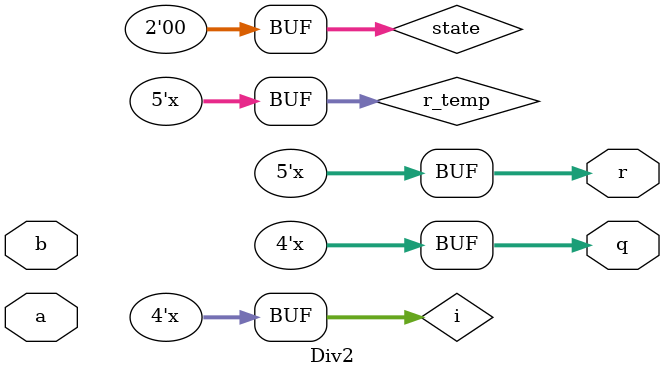
<source format=sv>
module Div2 #(parameter W=4)(
    input [W-1:0] a, b,
    output reg [W-1:0] q,
    output reg [W:0] r
);

    reg [1:0] state;
    reg [W-1:0] i;
    reg [W:0] r_temp;
    
    localparam IDLE = 2'b00;
    localparam SHIFT = 2'b01;
    localparam COMPARE = 2'b10;
    localparam UPDATE = 2'b11;

    always @(*) begin
        case(state)
            IDLE: begin
                r_temp = a;
                q = 0;
                i = W-1;
                state = SHIFT;
            end
            
            SHIFT: begin
                r_temp = r_temp << 1;
                state = COMPARE;
            end
            
            COMPARE: begin
                q[i] = (r_temp >= b);
                state = UPDATE;
            end
            
            UPDATE: begin
                if(q[i]) r_temp = r_temp - b;
                if(i > 0) begin
                    i = i - 1;
                    state = SHIFT;
                end else begin
                    r = r_temp;
                    state = IDLE;
                end
            end
            
            default: state = IDLE;
        endcase
    end
endmodule
</source>
